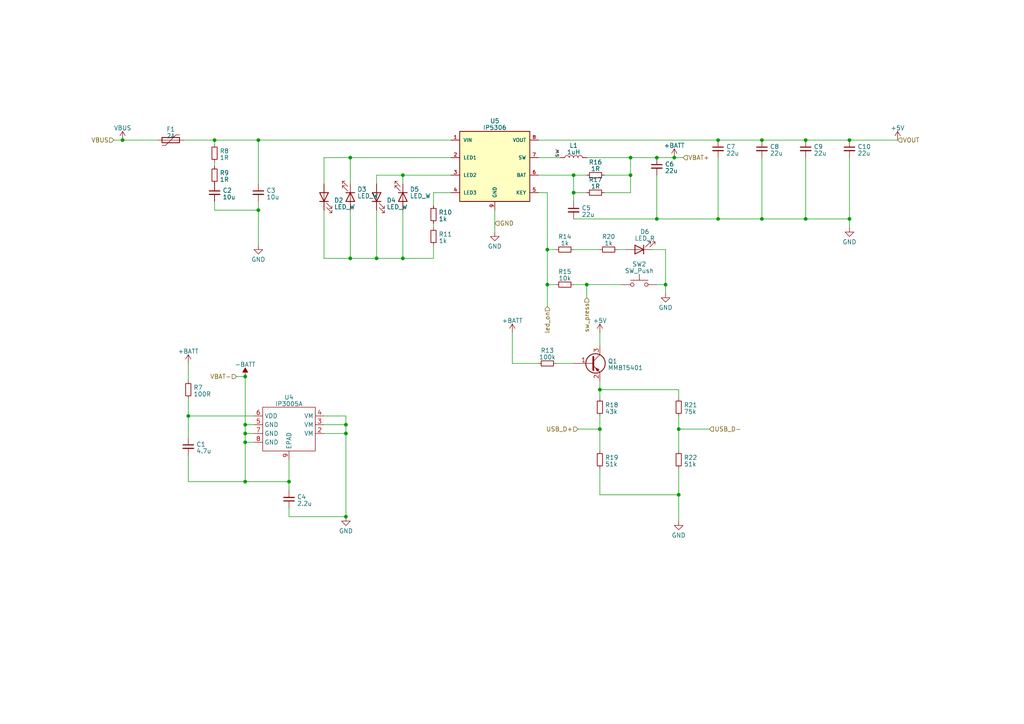
<source format=kicad_sch>
(kicad_sch (version 20230121) (generator eeschema)
  (paper "A4")
  (lib_symbols
    (symbol "Battery_Management:IP3005A"
      (property "Reference" "U" (at 0 8.89 0))
      (property "Value" "IP3005A" (at 7.62 8.89 0))
      (symbol "IP3005A_0_0"
        (pin no_connect line (at 10.16 -2.54 180) (length 2.54) hide (name "NC") (number "1"))
        (pin power_in line (at 10.16 0 180) (length 2.54) (name "VM") (number "2"))
        (pin power_in line (at 10.16 2.54 180) (length 2.54) (name "VM") (number "3"))
        (pin power_in line (at 10.16 5.08 180) (length 2.54) (name "VM") (number "4"))
        (pin power_in line (at -10.16 2.54 0) (length 2.54) (name "GND") (number "5"))
        (pin power_in line (at -10.16 5.08 0) (length 2.54) (name "VDD") (number "6"))
        (pin power_in line (at -10.16 0 0) (length 2.54) (name "GND") (number "7"))
        (pin power_in line (at -10.16 -2.54 0) (length 2.54) (name "GND") (number "8"))
        (pin power_in line (at 0 -7.62 90) (length 2.54) (name "EPAD") (number "9"))
      )
      (symbol "IP3005A_0_1"
        (rectangle (start -7.62 7.62) (end 7.62 -5.08))
      )
    )
    (symbol "Battery_Management:IP5306" (pin_names (offset 1.016))
      (property "Reference" "U2" (at 0 13.1699 0))
      (property "Value" "IP5306" (at 0 11.2489 0))
      (symbol "IP5306_0_0"
        (rectangle (start -10.16 -10.16) (end 10.16 10.16) (stroke (width 0.254)) (fill (type background)))
        (pin bidirectional line (at -12.7 7.62 0) (length 2.54) (name "VIN") (number "1"))
        (pin bidirectional line (at -12.7 2.54 0) (length 2.54) (name "LED1") (number "2"))
        (pin bidirectional line (at -12.7 -2.54 0) (length 2.54) (name "LED2") (number "3"))
        (pin bidirectional line (at -12.7 -7.62 0) (length 2.54) (name "LED3") (number "4"))
        (pin bidirectional line (at 12.7 -7.62 180) (length 2.54) (name "KEY") (number "5"))
        (pin bidirectional line (at 12.7 -2.54 180) (length 2.54) (name "BAT") (number "6"))
        (pin bidirectional line (at 12.7 2.54 180) (length 2.54) (name "SW") (number "7"))
        (pin bidirectional line (at 12.7 7.62 180) (length 2.54) (name "VOUT") (number "8"))
        (pin bidirectional line (at 0 -12.7 90) (length 2.54) (name "GND") (number "9"))
      )
    )
    (symbol "Device:C_Small" (pin_numbers hide) (pin_names (offset 0.254) hide)
      (property "Reference" "C" (at 0.254 1.778 0))
      (property "Value" "C_Small" (at 0.254 -2.032 0))
      (symbol "C_Small_0_1"
        (polyline (pts (xy -1.524 -0.508) (xy 1.524 -0.508)) (stroke (width 0.3302)))
        (polyline (pts (xy -1.524 0.508) (xy 1.524 0.508)) (stroke (width 0.3048)))
      )
      (symbol "C_Small_1_1"
        (pin passive line (at 0 2.54 270) (length 2.032) (name "~") (number "1"))
        (pin passive line (at 0 -2.54 90) (length 2.032) (name "~") (number "2"))
      )
    )
    (symbol "Device:L" (pin_numbers hide) (pin_names (offset 1.016) hide)
      (property "Reference" "L" (at -1.27 0 90))
      (property "Value" "L" (at 1.905 0 90))
      (symbol "L_0_1"
        (arc (start 0 -2.54) (mid 0.6323 -1.905) (end 0 -1.27))
        (arc (start 0 -1.27) (mid 0.6323 -0.635) (end 0 0))
        (arc (start 0 0) (mid 0.6323 0.635) (end 0 1.27))
        (arc (start 0 1.27) (mid 0.6323 1.905) (end 0 2.54))
      )
      (symbol "L_1_1"
        (pin passive line (at 0 3.81 270) (length 1.27) (name "1") (number "1"))
        (pin passive line (at 0 -3.81 90) (length 1.27) (name "2") (number "2"))
      )
    )
    (symbol "Device:LED" (pin_numbers hide) (pin_names (offset 1.016) hide)
      (property "Reference" "D" (at 0 2.54 0))
      (property "Value" "LED" (at 0 -2.54 0))
      (symbol "LED_0_1"
        (polyline (pts (xy -1.27 -1.27) (xy -1.27 1.27)) (stroke (width 0.254)))
        (polyline (pts (xy -1.27 0) (xy 1.27 0)))
        (polyline (pts (xy 1.27 -1.27) (xy 1.27 1.27) (xy -1.27 0) (xy 1.27 -1.27)) (stroke (width 0.254)))
        (polyline (pts (xy -3.048 -0.762) (xy -4.572 -2.286) (xy -3.81 -2.286) (xy -4.572 -2.286) (xy -4.572 -1.524)))
        (polyline (pts (xy -1.778 -0.762) (xy -3.302 -2.286) (xy -2.54 -2.286) (xy -3.302 -2.286) (xy -3.302 -1.524)))
      )
      (symbol "LED_1_1"
        (pin passive line (at -3.81 0 0) (length 2.54) (name "K") (number "1"))
        (pin passive line (at 3.81 0 180) (length 2.54) (name "A") (number "2"))
      )
    )
    (symbol "Device:Polyfuse" (pin_numbers hide) (pin_names (offset 0))
      (property "Reference" "F" (at -2.54 0 90))
      (property "Value" "Polyfuse" (at 2.54 0 90))
      (symbol "Polyfuse_0_1"
        (rectangle (start -0.762 2.54) (end 0.762 -2.54) (stroke (width 0.254)))
        (polyline (pts (xy 0 2.54) (xy 0 -2.54)))
        (polyline (pts (xy -1.524 2.54) (xy -1.524 1.524) (xy 1.524 -1.524) (xy 1.524 -2.54)))
      )
      (symbol "Polyfuse_1_1"
        (pin passive line (at 0 3.81 270) (length 1.27) (name "~") (number "1"))
        (pin passive line (at 0 -3.81 90) (length 1.27) (name "~") (number "2"))
      )
    )
    (symbol "Device:R_Small" (pin_numbers hide) (pin_names (offset 0.254) hide)
      (property "Reference" "R" (at 0.762 0.508 0))
      (property "Value" "R_Small" (at 0.762 -1.016 0))
      (symbol "R_Small_0_1"
        (rectangle (start -0.762 1.778) (end 0.762 -1.778) (stroke (width 0.2032)))
      )
      (symbol "R_Small_1_1"
        (pin passive line (at 0 2.54 270) (length 0.762) (name "~") (number "1"))
        (pin passive line (at 0 -2.54 90) (length 0.762) (name "~") (number "2"))
      )
    )
    (symbol "Switch:SW_Push" (pin_numbers hide) (pin_names (offset 1.016) hide)
      (property "Reference" "SW" (at 1.27 2.54 0))
      (property "Value" "SW_Push" (at 0 -1.524 0))
      (symbol "SW_Push_0_1"
        (circle (center -2.032 0) (radius 0.508))
        (polyline (pts (xy 0 1.27) (xy 0 3.048)))
        (polyline (pts (xy 2.54 1.27) (xy -2.54 1.27)))
        (circle (center 2.032 0) (radius 0.508))
        (pin passive line (at -5.08 0 0) (length 2.54) (name "1") (number "1"))
        (pin passive line (at 5.08 0 180) (length 2.54) (name "2") (number "2"))
      )
    )
    (symbol "Transistor_BJT:MMBT3906" (pin_names (offset 0) hide)
      (property "Reference" "Q" (at 5.08 1.905 0))
      (property "Value" "MMBT3906" (at 5.08 0 0))
      (symbol "MMBT3906_0_1"
        (polyline (pts (xy 0.635 0.635) (xy 2.54 2.54)))
        (polyline (pts (xy 0.635 -0.635) (xy 2.54 -2.54) (xy 2.54 -2.54)))
        (polyline (pts (xy 0.635 1.905) (xy 0.635 -1.905) (xy 0.635 -1.905)) (stroke (width 0.508)))
        (polyline (pts (xy 2.286 -1.778) (xy 1.778 -2.286) (xy 1.27 -1.27) (xy 2.286 -1.778) (xy 2.286 -1.778)) (fill (type outline)))
        (circle (center 1.27 0) (radius 2.8194) (stroke (width 0.254)))
      )
      (symbol "MMBT3906_1_1"
        (pin input line (at -5.08 0 0) (length 5.715) (name "B") (number "1"))
        (pin passive line (at 2.54 -5.08 90) (length 2.54) (name "E") (number "2"))
        (pin passive line (at 2.54 5.08 270) (length 2.54) (name "C") (number "3"))
      )
    )
    (symbol "power:+5V" (power) (pin_names (offset 0))
      (property "Value" "+5V" (at 0 3.556 0))
      (symbol "+5V_0_1"
        (polyline (pts (xy -0.762 1.27) (xy 0 2.54)))
        (polyline (pts (xy 0 0) (xy 0 2.54)))
        (polyline (pts (xy 0 2.54) (xy 0.762 1.27)))
      )
      (symbol "+5V_1_1"
        (pin power_in line (at 0 0 90) (length 0) hide (name "+5V") (number "1"))
      )
    )
    (symbol "power:+BATT" (power) (pin_names (offset 0))
      (property "Value" "+BATT" (at 0 3.556 0))
      (symbol "+BATT_0_1"
        (polyline (pts (xy -0.762 1.27) (xy 0 2.54)))
        (polyline (pts (xy 0 0) (xy 0 2.54)))
        (polyline (pts (xy 0 2.54) (xy 0.762 1.27)))
      )
      (symbol "+BATT_1_1"
        (pin power_in line (at 0 0 90) (length 0) hide (name "+BATT") (number "1"))
      )
    )
    (symbol "power:-BATT" (power) (pin_names (offset 0))
      (property "Value" "-BATT" (at 0 3.556 0))
      (symbol "-BATT_0_1"
        (polyline (pts (xy 0 0) (xy 0 2.54)))
        (polyline (pts (xy 0.762 1.27) (xy -0.762 1.27) (xy 0 2.54) (xy 0.762 1.27)) (fill (type outline)))
      )
      (symbol "-BATT_1_1"
        (pin power_in line (at 0 0 90) (length 0) hide (name "-BATT") (number "1"))
      )
    )
    (symbol "power:GND" (power) (pin_names (offset 0))
      (property "Value" "GND" (at 0 -3.81 0))
      (symbol "GND_0_1"
        (polyline (pts (xy 0 0) (xy 0 -1.27) (xy 1.27 -1.27) (xy 0 -2.54) (xy -1.27 -1.27) (xy 0 -1.27)))
      )
      (symbol "GND_1_1"
        (pin power_in line (at 0 0 270) (length 0) hide (name "GND") (number "1"))
      )
    )
    (symbol "power:VBUS" (power) (pin_names (offset 0))
      (property "Value" "VBUS" (at 0 3.81 0))
      (symbol "VBUS_0_1"
        (polyline (pts (xy -0.762 1.27) (xy 0 2.54)))
        (polyline (pts (xy 0 0) (xy 0 2.54)))
        (polyline (pts (xy 0 2.54) (xy 0.762 1.27)))
      )
      (symbol "VBUS_1_1"
        (pin power_in line (at 0 0 90) (length 0) hide (name "VBUS") (number "1"))
      )
    )
  )
  (junction (at 158.75 72.39))
  (junction (at 182.88 50.8))
  (junction (at 71.12 125.73))
  (junction (at 173.99 124.46))
  (junction (at 195.58 45.72))
  (junction (at 196.85 124.46))
  (junction (at 116.84 74.93))
  (junction (at 208.28 63.5))
  (junction (at 190.5 63.5))
  (junction (at 101.6 74.93))
  (junction (at 101.6 45.72))
  (junction (at 246.38 63.5))
  (junction (at 35.56 40.64))
  (junction (at 100.33 125.73))
  (junction (at 196.85 143.51))
  (junction (at 190.5 45.72))
  (junction (at 71.12 123.19))
  (junction (at 170.18 82.55))
  (junction (at 100.33 149.86))
  (junction (at 158.75 82.55))
  (junction (at 116.84 50.8))
  (junction (at 71.12 128.27))
  (junction (at 54.61 120.65))
  (junction (at 246.38 40.64))
  (junction (at 182.88 45.72))
  (junction (at 74.93 60.96))
  (junction (at 62.23 40.64))
  (junction (at 71.12 139.7))
  (junction (at 109.22 74.93))
  (junction (at 208.28 40.64))
  (junction (at 233.68 63.5))
  (junction (at 166.37 55.88))
  (junction (at 220.98 40.64))
  (junction (at 173.99 113.03))
  (junction (at 220.98 63.5))
  (junction (at 83.82 139.7))
  (junction (at 193.04 82.55))
  (junction (at 100.33 123.19))
  (junction (at 71.12 109.22))
  (junction (at 74.93 40.64))
  (junction (at 166.37 50.8))
  (junction (at 233.68 40.64))
  (wire (pts (xy 246.38 40.64) (xy 260.35 40.64)))
  (wire (pts (xy 193.04 82.55) (xy 190.5 82.55)))
  (wire (pts (xy 116.84 50.8) (xy 130.81 50.8)))
  (wire (pts (xy 173.99 113.03) (xy 173.99 115.57)))
  (wire (pts (xy 71.12 128.27) (xy 73.66 128.27)))
  (wire (pts (xy 196.85 124.46) (xy 196.85 120.65)))
  (wire (pts (xy 175.26 55.88) (xy 182.88 55.88)))
  (wire (pts (xy 220.98 40.64) (xy 233.68 40.64)))
  (wire (pts (xy 74.93 60.96) (xy 74.93 58.42)))
  (wire (pts (xy 109.22 53.34) (xy 109.22 50.8)))
  (wire (pts (xy 71.12 109.22) (xy 71.12 123.19)))
  (wire (pts (xy 54.61 139.7) (xy 71.12 139.7)))
  (wire (pts (xy 101.6 45.72) (xy 130.81 45.72)))
  (wire (pts (xy 54.61 105.41) (xy 54.61 110.49)))
  (wire (pts (xy 173.99 110.49) (xy 173.99 113.03)))
  (wire (pts (xy 208.28 63.5) (xy 220.98 63.5)))
  (wire (pts (xy 62.23 60.96) (xy 74.93 60.96)))
  (wire (pts (xy 193.04 72.39) (xy 193.04 82.55)))
  (wire (pts (xy 109.22 60.96) (xy 109.22 74.93)))
  (wire (pts (xy 100.33 123.19) (xy 100.33 120.65)))
  (wire (pts (xy 158.75 82.55) (xy 158.75 88.9)))
  (wire (pts (xy 109.22 74.93) (xy 116.84 74.93)))
  (wire (pts (xy 161.29 105.41) (xy 166.37 105.41)))
  (wire (pts (xy 173.99 135.89) (xy 173.99 143.51)))
  (wire (pts (xy 93.98 60.96) (xy 93.98 74.93)))
  (wire (pts (xy 109.22 50.8) (xy 116.84 50.8)))
  (wire (pts (xy 83.82 147.32) (xy 83.82 149.86)))
  (wire (pts (xy 173.99 120.65) (xy 173.99 124.46)))
  (wire (pts (xy 166.37 72.39) (xy 173.99 72.39)))
  (wire (pts (xy 71.12 125.73) (xy 73.66 125.73)))
  (wire (pts (xy 233.68 45.72) (xy 233.68 63.5)))
  (wire (pts (xy 189.23 72.39) (xy 193.04 72.39)))
  (wire (pts (xy 73.66 120.65) (xy 54.61 120.65)))
  (wire (pts (xy 68.58 109.22) (xy 71.12 109.22)))
  (wire (pts (xy 54.61 120.65) (xy 54.61 115.57)))
  (wire (pts (xy 148.59 105.41) (xy 156.21 105.41)))
  (wire (pts (xy 101.6 45.72) (xy 93.98 45.72)))
  (wire (pts (xy 166.37 50.8) (xy 166.37 55.88)))
  (wire (pts (xy 158.75 82.55) (xy 161.29 82.55)))
  (wire (pts (xy 71.12 128.27) (xy 71.12 139.7)))
  (wire (pts (xy 190.5 50.8) (xy 190.5 63.5)))
  (wire (pts (xy 74.93 60.96) (xy 74.93 71.12)))
  (wire (pts (xy 156.21 50.8) (xy 166.37 50.8)))
  (wire (pts (xy 170.18 45.72) (xy 182.88 45.72)))
  (wire (pts (xy 166.37 82.55) (xy 170.18 82.55)))
  (wire (pts (xy 83.82 149.86) (xy 100.33 149.86)))
  (wire (pts (xy 53.34 40.64) (xy 62.23 40.64)))
  (wire (pts (xy 62.23 46.99) (xy 62.23 48.26)))
  (wire (pts (xy 166.37 50.8) (xy 170.18 50.8)))
  (wire (pts (xy 190.5 63.5) (xy 208.28 63.5)))
  (wire (pts (xy 166.37 63.5) (xy 190.5 63.5)))
  (wire (pts (xy 148.59 96.52) (xy 148.59 105.41)))
  (wire (pts (xy 173.99 100.33) (xy 173.99 96.52)))
  (wire (pts (xy 71.12 125.73) (xy 71.12 128.27)))
  (wire (pts (xy 125.73 66.04) (xy 125.73 64.77)))
  (wire (pts (xy 156.21 40.64) (xy 208.28 40.64)))
  (wire (pts (xy 156.21 45.72) (xy 162.56 45.72)))
  (wire (pts (xy 220.98 63.5) (xy 233.68 63.5)))
  (wire (pts (xy 161.29 72.39) (xy 158.75 72.39)))
  (wire (pts (xy 208.28 40.64) (xy 220.98 40.64)))
  (wire (pts (xy 182.88 45.72) (xy 182.88 50.8)))
  (wire (pts (xy 71.12 123.19) (xy 73.66 123.19)))
  (wire (pts (xy 62.23 40.64) (xy 74.93 40.64)))
  (wire (pts (xy 116.84 60.96) (xy 116.84 74.93)))
  (wire (pts (xy 156.21 55.88) (xy 158.75 55.88)))
  (wire (pts (xy 196.85 124.46) (xy 205.74 124.46)))
  (wire (pts (xy 170.18 82.55) (xy 180.34 82.55)))
  (wire (pts (xy 233.68 63.5) (xy 246.38 63.5)))
  (wire (pts (xy 220.98 45.72) (xy 220.98 63.5)))
  (wire (pts (xy 196.85 143.51) (xy 196.85 135.89)))
  (wire (pts (xy 93.98 123.19) (xy 100.33 123.19)))
  (wire (pts (xy 166.37 55.88) (xy 166.37 58.42)))
  (wire (pts (xy 179.07 72.39) (xy 181.61 72.39)))
  (wire (pts (xy 158.75 72.39) (xy 158.75 82.55)))
  (wire (pts (xy 100.33 125.73) (xy 100.33 123.19)))
  (wire (pts (xy 54.61 132.08) (xy 54.61 139.7)))
  (wire (pts (xy 83.82 133.35) (xy 83.82 139.7)))
  (wire (pts (xy 170.18 55.88) (xy 166.37 55.88)))
  (wire (pts (xy 62.23 40.64) (xy 62.23 41.91)))
  (wire (pts (xy 83.82 142.24) (xy 83.82 139.7)))
  (wire (pts (xy 125.73 55.88) (xy 130.81 55.88)))
  (wire (pts (xy 35.56 40.64) (xy 45.72 40.64)))
  (wire (pts (xy 190.5 45.72) (xy 195.58 45.72)))
  (wire (pts (xy 173.99 143.51) (xy 196.85 143.51)))
  (wire (pts (xy 196.85 115.57) (xy 196.85 113.03)))
  (wire (pts (xy 116.84 53.34) (xy 116.84 50.8)))
  (wire (pts (xy 100.33 149.86) (xy 100.33 125.73)))
  (wire (pts (xy 233.68 40.64) (xy 246.38 40.64)))
  (wire (pts (xy 246.38 45.72) (xy 246.38 63.5)))
  (wire (pts (xy 143.51 67.31) (xy 143.51 60.96)))
  (wire (pts (xy 182.88 55.88) (xy 182.88 50.8)))
  (wire (pts (xy 182.88 50.8) (xy 175.26 50.8)))
  (wire (pts (xy 71.12 123.19) (xy 71.12 125.73)))
  (wire (pts (xy 195.58 45.72) (xy 198.12 45.72)))
  (wire (pts (xy 173.99 124.46) (xy 173.99 130.81)))
  (wire (pts (xy 196.85 113.03) (xy 173.99 113.03)))
  (wire (pts (xy 170.18 82.55) (xy 170.18 86.36)))
  (wire (pts (xy 101.6 74.93) (xy 109.22 74.93)))
  (wire (pts (xy 246.38 66.04) (xy 246.38 63.5)))
  (wire (pts (xy 167.64 124.46) (xy 173.99 124.46)))
  (wire (pts (xy 101.6 45.72) (xy 101.6 53.34)))
  (wire (pts (xy 196.85 143.51) (xy 196.85 151.13)))
  (wire (pts (xy 125.73 59.69) (xy 125.73 55.88)))
  (wire (pts (xy 62.23 58.42) (xy 62.23 60.96)))
  (wire (pts (xy 101.6 60.96) (xy 101.6 74.93)))
  (wire (pts (xy 158.75 55.88) (xy 158.75 72.39)))
  (wire (pts (xy 182.88 45.72) (xy 190.5 45.72)))
  (wire (pts (xy 54.61 127) (xy 54.61 120.65)))
  (wire (pts (xy 93.98 125.73) (xy 100.33 125.73)))
  (wire (pts (xy 100.33 120.65) (xy 93.98 120.65)))
  (wire (pts (xy 196.85 130.81) (xy 196.85 124.46)))
  (wire (pts (xy 93.98 45.72) (xy 93.98 53.34)))
  (wire (pts (xy 71.12 139.7) (xy 83.82 139.7)))
  (wire (pts (xy 74.93 40.64) (xy 74.93 53.34)))
  (wire (pts (xy 101.6 74.93) (xy 93.98 74.93)))
  (wire (pts (xy 125.73 74.93) (xy 125.73 71.12)))
  (wire (pts (xy 116.84 74.93) (xy 125.73 74.93)))
  (wire (pts (xy 130.81 40.64) (xy 74.93 40.64)))
  (wire (pts (xy 193.04 85.09) (xy 193.04 82.55)))
  (wire (pts (xy 208.28 45.72) (xy 208.28 63.5)))
  (wire (pts (xy 33.02 40.64) (xy 35.56 40.64)))
  (label "sw" (at 162.56 45.72 90))
  (hierarchical_label "GND" (shape input) (at 143.51 64.77 0))
  (hierarchical_label "VBAT+" (shape input) (at 198.12 45.72 0))
  (hierarchical_label "USB_D-" (shape input) (at 205.74 124.46 0))
  (hierarchical_label "sw_press" (shape input) (at 170.18 86.36 270))
  (hierarchical_label "VBAT-" (shape input) (at 68.58 109.22 180))
  (hierarchical_label "VBUS" (shape input) (at 33.02 40.64 180))
  (hierarchical_label "led_on" (shape input) (at 158.75 88.9 270))
  (hierarchical_label "VOUT" (shape input) (at 260.35 40.64 0))
  (hierarchical_label "USB_D+" (shape input) (at 167.64 124.46 180))
  (symbol (lib_id "power:VBUS") (at 35.56 40.64 0) (unit 1)
    (property "Reference" "#PWR025" (effects hide))
    (property "Value" "VBUS" (at 35.56 37.1381 0))
    (instances (project "dfh_badge" (path "" (reference "#PWR025") (unit 1))) (project "voron_badge" (path "" (reference "#PWR042") (unit 1))))
  )
  (symbol (lib_id "Device:C_Small") (at 220.98 43.18 0) (unit 1)
    (property "Reference" "C8" (at 223.3041 42.5426 0) (effects (justify left)))
    (property "Value" "22u" (at 223.3041 44.4636 0) (effects (justify left)))
    (property "Footprint" "Capacitor_SMD:C_0805_2012Metric" (effects hide))
    (property "LCSC" "C45783" (effects hide))
    (property "Part" "CL21A226MAQNNNE" (effects hide))
    (instances (project "dfh_badge" (path "" (reference "C8") (unit 1))) (project "voron_badge" (path "" (reference "C20") (unit 1))))
  )
  (symbol (lib_id "Transistor_BJT:MMBT3906") (at 171.45 105.41 0) (unit 1)
    (property "Reference" "Q1" (at 176.3014 104.7663 0) (effects (justify left)))
    (property "Value" "MMBT5401" (at 176.3014 106.6873 0) (effects (justify left)))
    (property "Footprint" "Package_TO_SOT_SMD:SOT-23" (effects hide))
    (property "Datasheet" "https://www.onsemi.com/pub/Collateral/2N3906-D.PDF" (effects hide))
    (property "LCSC" "C8326" (effects hide))
    (property "Part" "MMBT5401" (effects hide))
  )
  (symbol (lib_id "Device:R_Small") (at 62.23 50.8 180) (unit 1)
    (property "Reference" "R9" (at 63.7286 50.1563 0) (effects (justify right)))
    (property "Value" "1R" (at 63.7286 52.0773 0) (effects (justify right)))
    (property "Footprint" "Resistor_SMD:R_0603_1608Metric" (effects hide))
    (property "LCSC" "C22936" (effects hide))
    (property "Part" "0805W8F100KT5E" (effects hide))
    (instances (project "dfh_badge" (path "" (reference "R9") (unit 1))) (project "voron_badge" (path "" (reference "R12") (unit 1))))
  )
  (symbol (lib_id "Device:R_Small") (at 54.61 113.03 180) (unit 1)
    (property "Reference" "R7" (at 56.1086 112.3863 0) (effects (justify right)))
    (property "Value" "100R" (at 56.1086 114.3073 0) (effects (justify right)))
    (property "Footprint" "Resistor_SMD:R_0603_1608Metric" (effects hide))
    (property "LCSC" "C22775" (effects hide))
    (property "Part" "0805W8F1000T5E" (effects hide))
    (instances (project "dfh_badge" (path "" (reference "R7") (unit 1))) (project "voron_badge" (path "" (reference "R10") (unit 1))))
  )
  (symbol (lib_id "Device:LED") (at 109.22 57.15 90) (unit 1)
    (property "Reference" "D4" (at 112.141 58.0938 90) (effects (justify right)))
    (property "Value" "LED_W" (at 112.141 60.0148 90) (effects (justify right)))
    (property "Footprint" "LED_SMD:LED_0603_1608Metric" (effects hide))
    (property "LCSC" "C72043" (effects hide))
    (property "Part" "C34499" (effects hide))
    (instances (project "dfh_badge" (path "" (reference "D4") (unit 1))) (project "voron_badge" (path "" (reference "D16") (unit 1))))
  )
  (symbol (lib_id "power:+BATT") (at 148.59 96.52 0) (unit 1)
    (property "Reference" "#PWR031" (effects hide))
    (property "Value" "+BATT" (at 148.59 93.0181 0))
    (instances (project "dfh_badge" (path "" (reference "#PWR031") (unit 1))) (project "voron_badge" (path "" (reference "#PWR048") (unit 1))))
  )
  (symbol (lib_id "Device:R_Small") (at 125.73 68.58 180) (unit 1)
    (property "Reference" "R11" (at 127.2286 67.9363 0) (effects (justify right)))
    (property "Value" "1k" (at 127.2286 69.8573 0) (effects (justify right)))
    (property "Footprint" "Resistor_SMD:R_0603_1608Metric" (effects hide))
    (property "LCSC" "C21190" (effects hide))
    (property "Part" "0805W8F2001T5E" (effects hide))
    (instances (project "dfh_badge" (path "" (reference "R11") (unit 1))) (project "voron_badge" (path "" (reference "R14") (unit 1))))
  )
  (symbol (lib_id "Device:C_Small") (at 62.23 55.88 0) (unit 1)
    (property "Reference" "C2" (at 64.5541 55.2426 0) (effects (justify left)))
    (property "Value" "10u" (at 64.5541 57.1636 0) (effects (justify left)))
    (property "Footprint" "Capacitor_SMD:C_0805_2012Metric" (effects hide))
    (property "LCSC" "C440198" (effects hide))
    (property "Part" "GRM21BR61H106KE43L" (effects hide))
    (instances (project "dfh_badge" (path "" (reference "C2") (unit 1))) (project "voron_badge" (path "" (reference "C14") (unit 1))))
  )
  (symbol (lib_id "Device:R_Small") (at 163.83 72.39 90) (unit 1)
    (property "Reference" "R14" (at 163.83 68.6435 90))
    (property "Value" "1k" (at 163.83 70.5645 90))
    (property "Footprint" "Resistor_SMD:R_0603_1608Metric" (effects hide))
    (property "LCSC" "C21190" (effects hide))
    (property "Part" "0805W8F2001T5E" (effects hide))
    (instances (project "dfh_badge" (path "" (reference "R14") (unit 1))) (project "voron_badge" (path "" (reference "R16") (unit 1))))
  )
  (symbol (lib_id "power:-BATT") (at 71.12 109.22 0) (unit 1)
    (property "Reference" "#PWR027" (effects hide))
    (property "Value" "-BATT" (at 71.12 105.7181 0))
    (instances (project "dfh_badge" (path "" (reference "#PWR027") (unit 1))) (project "voron_badge" (path "" (reference "#PWR044") (unit 1))))
  )
  (symbol (lib_id "Device:R_Small") (at 173.99 118.11 0) (unit 1)
    (property "Reference" "R18" (at 175.4886 117.4663 0) (effects (justify left)))
    (property "Value" "43k" (at 175.4886 119.3873 0) (effects (justify left)))
    (property "Footprint" "Resistor_SMD:R_0603_1608Metric" (effects hide))
    (property "LCSC" "C23172" (effects hide))
    (property "Part" "0805W8F4302T5E" (effects hide))
    (instances (project "dfh_badge" (path "" (reference "R18") (unit 1))) (project "voron_badge" (path "" (reference "R20") (unit 1))))
  )
  (symbol (lib_id "Device:R_Small") (at 172.72 55.88 90) (unit 1)
    (property "Reference" "R17" (at 172.72 52.1335 90))
    (property "Value" "1R" (at 172.72 54.0545 90))
    (property "Footprint" "Resistor_SMD:R_0603_1608Metric" (effects hide))
    (property "LCSC" "C22936" (effects hide))
    (property "Part" "0805W8F100KT5E" (effects hide))
    (instances (project "dfh_badge" (path "" (reference "R17") (unit 1))) (project "voron_badge" (path "" (reference "R19") (unit 1))))
  )
  (symbol (lib_id "Device:R_Small") (at 163.83 82.55 90) (unit 1)
    (property "Reference" "R15" (at 163.83 78.8035 90))
    (property "Value" "10k" (at 163.83 80.7245 90))
    (property "Footprint" "Resistor_SMD:R_0603_1608Metric" (effects hide))
    (property "LCSC" "C25804" (effects hide))
    (property "Part" "0805W8F1002T5E" (effects hide))
    (instances (project "dfh_badge" (path "" (reference "R15") (unit 1))) (project "voron_badge" (path "" (reference "R17") (unit 1))))
  )
  (symbol (lib_id "Device:R_Small") (at 62.23 44.45 180) (unit 1)
    (property "Reference" "R8" (at 63.7286 43.8063 0) (effects (justify right)))
    (property "Value" "1R" (at 63.7286 45.7273 0) (effects (justify right)))
    (property "Footprint" "Resistor_SMD:R_0603_1608Metric" (effects hide))
    (property "LCSC" "C22936" (effects hide))
    (property "Part" "0805W8F100KT5E" (effects hide))
    (instances (project "dfh_badge" (path "" (reference "R8") (unit 1))) (project "voron_badge" (path "" (reference "R11") (unit 1))))
  )
  (symbol (lib_id "power:+BATT") (at 54.61 105.41 0) (unit 1)
    (property "Reference" "#PWR026" (effects hide))
    (property "Value" "+BATT" (at 54.61 101.9081 0))
    (instances (project "dfh_badge" (path "" (reference "#PWR026") (unit 1))) (project "voron_badge" (path "" (reference "#PWR043") (unit 1))))
  )
  (symbol (lib_id "Battery_Management:IP5306") (at 143.51 48.26 0) (unit 1)
    (property "Reference" "U5" (at 143.51 35.0901 0))
    (property "Value" "IP5306" (at 143.51 37.0111 0))
    (property "Footprint" "Package_SO:Diodes_PSOP-8" (effects hide))
    (property "LCSC" "C181692" (effects hide))
    (property "Part" "IP5306" (effects hide))
    (instances (project "dfh_badge" (path "" (reference "U5") (unit 1))) (project "voron_badge" (path "" (reference "U4") (unit 1))))
  )
  (symbol (lib_id "Device:Polyfuse") (at 49.53 40.64 90) (unit 1)
    (property "Reference" "F1" (at 49.53 37.5031 90))
    (property "Value" "2A" (at 49.53 39.4241 90))
    (property "Footprint" "Resistor_SMD:R_0805_2012Metric" (effects hide))
    (property "LCSC" "C2757931" (effects hide))
    (property "Part" "BSMD0805L-200" (effects hide))
  )
  (symbol (lib_id "Device:C_Small") (at 166.37 60.96 0) (unit 1)
    (property "Reference" "C5" (at 168.6941 60.3226 0) (effects (justify left)))
    (property "Value" "22u" (at 168.6941 62.2436 0) (effects (justify left)))
    (property "Footprint" "Capacitor_SMD:C_0805_2012Metric" (effects hide))
    (property "LCSC" "C45783" (effects hide))
    (property "Part" "CL21A226MAQNNNE" (effects hide))
    (instances (project "dfh_badge" (path "" (reference "C5") (unit 1))) (project "voron_badge" (path "" (reference "C17") (unit 1))))
  )
  (symbol (lib_id "Device:R_Small") (at 196.85 133.35 0) (unit 1)
    (property "Reference" "R22" (at 198.3486 132.7063 0) (effects (justify left)))
    (property "Value" "51k" (at 198.3486 134.6273 0) (effects (justify left)))
    (property "Footprint" "Resistor_SMD:R_0603_1608Metric" (effects hide))
    (property "LCSC" "C23196" (effects hide))
    (property "Part" "0805W8F5102T5E" (effects hide))
    (instances (project "dfh_badge" (path "" (reference "R22") (unit 1))) (project "voron_badge" (path "" (reference "R24") (unit 1))))
  )
  (symbol (lib_id "Device:R_Small") (at 125.73 62.23 180) (unit 1)
    (property "Reference" "R10" (at 127.2286 61.5863 0) (effects (justify right)))
    (property "Value" "1k" (at 127.2286 63.5073 0) (effects (justify right)))
    (property "Footprint" "Resistor_SMD:R_0603_1608Metric" (effects hide))
    (property "LCSC" "C21190" (effects hide))
    (property "Part" "0805W8F2001T5E" (effects hide))
    (instances (project "dfh_badge" (path "" (reference "R10") (unit 1))) (project "voron_badge" (path "" (reference "R13") (unit 1))))
  )
  (symbol (lib_id "Device:R_Small") (at 172.72 50.8 90) (unit 1)
    (property "Reference" "R16" (at 172.72 47.0535 90))
    (property "Value" "1R" (at 172.72 48.9745 90))
    (property "Footprint" "Resistor_SMD:R_0603_1608Metric" (effects hide))
    (property "LCSC" "C22936" (effects hide))
    (property "Part" "0805W8F100KT5E" (effects hide))
    (instances (project "dfh_badge" (path "" (reference "R16") (unit 1))) (project "voron_badge" (path "" (reference "R18") (unit 1))))
  )
  (symbol (lib_id "Switch:SW_Push") (at 185.42 82.55 0) (unit 1)
    (property "Reference" "SW2" (at 185.42 76.6191 0))
    (property "Value" "SW_Push" (at 185.42 78.5401 0))
    (property "Footprint" "Button_Switch_SMD:ShouHan_TS24CA" (effects hide))
    (property "LCSC" "C393942" (effects hide))
    (property "Part" "TS24CA" (effects hide))
  )
  (symbol (lib_id "Device:L") (at 166.37 45.72 90) (unit 1)
    (property "Reference" "L1" (at 166.37 42.2047 90))
    (property "Value" "1uH" (at 166.37 44.1257 90))
    (property "Footprint" "Inductor_SMD:L_Sunlord_SWPA4020S" (effects hide))
    (property "LCSC" "C91254" (effects hide))
    (property "Part" "SWPA4020S1R0NT" (effects hide))
  )
  (symbol (lib_id "power:+5V") (at 173.99 96.52 0) (unit 1)
    (property "Reference" "#PWR032" (effects hide))
    (property "Value" "+5V" (at 173.99 93.0181 0))
    (instances (project "dfh_badge" (path "" (reference "#PWR032") (unit 1))) (project "voron_badge" (path "" (reference "#PWR049") (unit 1))))
  )
  (symbol (lib_id "Device:C_Small") (at 54.61 129.54 0) (unit 1)
    (property "Reference" "C1" (at 56.9341 128.9026 0) (effects (justify left)))
    (property "Value" "4.7u" (at 56.9341 130.8236 0) (effects (justify left)))
    (property "Footprint" "Capacitor_SMD:C_0805_2012Metric" (effects hide))
    (property "LCSC" "C1779" (effects hide))
    (property "Part" "CL21A475KAQNNNE" (effects hide))
    (instances (project "dfh_badge" (path "" (reference "C1") (unit 1))) (project "voron_badge" (path "" (reference "C13") (unit 1))))
  )
  (symbol (lib_id "power:GND") (at 143.51 67.31 0) (unit 1)
    (property "Reference" "#PWR030" (effects hide))
    (property "Value" "GND" (at 143.51 71.4455 0))
    (instances (project "dfh_badge" (path "" (reference "#PWR030") (unit 1))) (project "voron_badge" (path "" (reference "#PWR047") (unit 1))))
  )
  (symbol (lib_id "Device:R_Small") (at 158.75 105.41 90) (unit 1)
    (property "Reference" "R13" (at 158.75 101.6635 90))
    (property "Value" "100k" (at 158.75 103.5845 90))
    (property "Footprint" "Resistor_SMD:R_0603_1608Metric" (effects hide))
    (property "LCSC" "C25803" (effects hide))
    (property "Part" "0805W8F1003T5E" (effects hide))
    (instances (project "dfh_badge" (path "" (reference "R13") (unit 1))) (project "voron_badge" (path "" (reference "R15") (unit 1))))
  )
  (symbol (lib_id "power:GND") (at 246.38 66.04 0) (unit 1)
    (property "Reference" "#PWR036" (effects hide))
    (property "Value" "GND" (at 246.38 70.1755 0))
    (instances (project "dfh_badge" (path "" (reference "#PWR036") (unit 1))) (project "voron_badge" (path "" (reference "#PWR053") (unit 1))))
  )
  (symbol (lib_id "Battery_Management:IP3005A") (at 83.82 125.73 0) (unit 1)
    (property "Reference" "U4" (at 83.82 115.2271 0))
    (property "Value" "IP3005A" (at 83.82 117.1481 0))
    (property "Footprint" "Package_SO:Diodes_PSOP-8" (effects hide))
    (property "Datasheet" "https://datasheet.lcsc.com/lcsc/1810191214_INJOINIC-IP3005A_C181685.pdf" (effects hide))
    (property "LCSC" "C181685" (effects hide))
    (property "Part" "IP3005A" (effects hide))
    (instances (project "dfh_badge" (path "" (reference "U4") (unit 1))) (project "voron_badge" (path "" (reference "U3") (unit 1))))
  )
  (symbol (lib_id "Device:LED") (at 116.84 57.15 270) (unit 1)
    (property "Reference" "D5" (at 118.872 54.9188 90) (effects (justify left)))
    (property "Value" "LED_W" (at 118.872 56.8398 90) (effects (justify left)))
    (property "Footprint" "LED_SMD:LED_0603_1608Metric" (effects hide))
    (property "LCSC" "C72043" (effects hide))
    (property "Part" "C34499" (effects hide))
    (instances (project "dfh_badge" (path "" (reference "D5") (unit 1))) (project "voron_badge" (path "" (reference "D17") (unit 1))))
  )
  (symbol (lib_id "Device:C_Small") (at 74.93 55.88 0) (unit 1)
    (property "Reference" "C3" (at 77.2541 55.2426 0) (effects (justify left)))
    (property "Value" "10u" (at 77.2541 57.1636 0) (effects (justify left)))
    (property "Footprint" "Capacitor_SMD:C_0805_2012Metric" (effects hide))
    (property "LCSC" "C440198" (effects hide))
    (property "Part" "GRM21BR61H106KE43L" (effects hide))
    (instances (project "dfh_badge" (path "" (reference "C3") (unit 1))) (project "voron_badge" (path "" (reference "C15") (unit 1))))
  )
  (symbol (lib_id "Device:C_Small") (at 83.82 144.78 180) (unit 1)
    (property "Reference" "C4" (at 86.1441 144.1299 0) (effects (justify right)))
    (property "Value" "2.2u" (at 86.1441 146.0509 0) (effects (justify right)))
    (property "Footprint" "Capacitor_SMD:C_0805_2012Metric" (effects hide))
    (property "LCSC" "C49217" (effects hide))
    (property "Part" "0805F225M500NT" (effects hide))
    (instances (project "dfh_badge" (path "" (reference "C4") (unit 1))) (project "voron_badge" (path "" (reference "C16") (unit 1))))
  )
  (symbol (lib_id "Device:LED") (at 93.98 57.15 90) (unit 1)
    (property "Reference" "D2" (at 96.901 58.0938 90) (effects (justify right)))
    (property "Value" "LED_W" (at 96.901 60.0148 90) (effects (justify right)))
    (property "Footprint" "LED_SMD:LED_0603_1608Metric" (effects hide))
    (property "LCSC" "C72043" (effects hide))
    (property "Part" "C34499" (effects hide))
    (instances (project "dfh_badge" (path "" (reference "D2") (unit 1))) (project "voron_badge" (path "" (reference "D14") (unit 1))))
  )
  (symbol (lib_id "power:GND") (at 193.04 85.09 0) (unit 1)
    (property "Reference" "#PWR033" (effects hide))
    (property "Value" "GND" (at 193.04 89.2255 0))
    (instances (project "dfh_badge" (path "" (reference "#PWR033") (unit 1))) (project "voron_badge" (path "" (reference "#PWR050") (unit 1))))
  )
  (symbol (lib_id "Device:C_Small") (at 246.38 43.18 0) (unit 1)
    (property "Reference" "C10" (at 248.7041 42.5426 0) (effects (justify left)))
    (property "Value" "22u" (at 248.7041 44.4636 0) (effects (justify left)))
    (property "Footprint" "Capacitor_SMD:C_0805_2012Metric" (effects hide))
    (property "LCSC" "C45783" (effects hide))
    (property "Part" "CL21A226MAQNNNE" (effects hide))
    (instances (project "dfh_badge" (path "" (reference "C10") (unit 1))) (project "voron_badge" (path "" (reference "C22") (unit 1))))
  )
  (symbol (lib_id "Device:C_Small") (at 190.5 48.26 0) (unit 1)
    (property "Reference" "C6" (at 192.8241 47.6226 0) (effects (justify left)))
    (property "Value" "22u" (at 192.8241 49.5436 0) (effects (justify left)))
    (property "Footprint" "Capacitor_SMD:C_0805_2012Metric" (effects hide))
    (property "LCSC" "C45783" (effects hide))
    (property "Part" "CL21A226MAQNNNE" (effects hide))
    (instances (project "dfh_badge" (path "" (reference "C6") (unit 1))) (project "voron_badge" (path "" (reference "C18") (unit 1))))
  )
  (symbol (lib_id "Device:LED") (at 185.42 72.39 180) (unit 1)
    (property "Reference" "D6" (at 187.0075 67.2211 0))
    (property "Value" "LED_R" (at 187.0075 69.1421 0))
    (property "Footprint" "LED_SMD:LED_0603_1608Metric" (effects hide))
    (property "LCSC" "C72043" (effects hide))
    (property "Part" "C34499" (effects hide))
    (instances (project "dfh_badge" (path "" (reference "D6") (unit 1))) (project "voron_badge" (path "" (reference "D18") (unit 1))))
  )
  (symbol (lib_id "Device:R_Small") (at 176.53 72.39 90) (unit 1)
    (property "Reference" "R20" (at 176.53 68.6435 90))
    (property "Value" "1k" (at 176.53 70.5645 90))
    (property "Footprint" "Resistor_SMD:R_0603_1608Metric" (effects hide))
    (property "LCSC" "C21190" (effects hide))
    (property "Part" "0805W8F2001T5E" (effects hide))
    (instances (project "dfh_badge" (path "" (reference "R20") (unit 1))) (project "voron_badge" (path "" (reference "R22") (unit 1))))
  )
  (symbol (lib_id "power:+5V") (at 260.35 40.64 0) (unit 1)
    (property "Reference" "#PWR037" (effects hide))
    (property "Value" "+5V" (at 260.35 37.1381 0))
    (instances (project "dfh_badge" (path "" (reference "#PWR037") (unit 1))) (project "voron_badge" (path "" (reference "#PWR054") (unit 1))))
  )
  (symbol (lib_id "power:GND") (at 74.93 71.12 0) (unit 1)
    (property "Reference" "#PWR028" (effects hide))
    (property "Value" "GND" (at 74.93 75.2555 0))
    (instances (project "dfh_badge" (path "" (reference "#PWR028") (unit 1))) (project "voron_badge" (path "" (reference "#PWR045") (unit 1))))
  )
  (symbol (lib_id "Device:R_Small") (at 173.99 133.35 0) (unit 1)
    (property "Reference" "R19" (at 175.4886 132.7063 0) (effects (justify left)))
    (property "Value" "51k" (at 175.4886 134.6273 0) (effects (justify left)))
    (property "Footprint" "Resistor_SMD:R_0603_1608Metric" (effects hide))
    (property "LCSC" "C23196" (effects hide))
    (property "Part" "0805W8F5102T5E" (effects hide))
    (instances (project "dfh_badge" (path "" (reference "R19") (unit 1))) (project "voron_badge" (path "" (reference "R21") (unit 1))))
  )
  (symbol (lib_id "Device:LED") (at 101.6 57.15 270) (unit 1)
    (property "Reference" "D3" (at 103.632 54.9188 90) (effects (justify left)))
    (property "Value" "LED_W" (at 103.632 56.8398 90) (effects (justify left)))
    (property "Footprint" "LED_SMD:LED_0603_1608Metric" (effects hide))
    (property "LCSC" "C72043" (effects hide))
    (property "Part" "C34499" (effects hide))
    (instances (project "dfh_badge" (path "" (reference "D3") (unit 1))) (project "voron_badge" (path "" (reference "D15") (unit 1))))
  )
  (symbol (lib_id "power:GND") (at 196.85 151.13 0) (unit 1)
    (property "Reference" "#PWR035" (effects hide))
    (property "Value" "GND" (at 196.85 155.2655 0))
    (instances (project "dfh_badge" (path "" (reference "#PWR035") (unit 1))) (project "voron_badge" (path "" (reference "#PWR052") (unit 1))))
  )
  (symbol (lib_id "Device:R_Small") (at 196.85 118.11 0) (unit 1)
    (property "Reference" "R21" (at 198.3486 117.4663 0) (effects (justify left)))
    (property "Value" "75k" (at 198.3486 119.3873 0) (effects (justify left)))
    (property "Footprint" "Resistor_SMD:R_0603_1608Metric" (effects hide))
    (property "LCSC" "C23242" (effects hide))
    (property "Part" "0805W8F7502T5E" (effects hide))
    (instances (project "dfh_badge" (path "" (reference "R21") (unit 1))) (project "voron_badge" (path "" (reference "R23") (unit 1))))
  )
  (symbol (lib_id "Device:C_Small") (at 233.68 43.18 0) (unit 1)
    (property "Reference" "C9" (at 236.0041 42.5426 0) (effects (justify left)))
    (property "Value" "22u" (at 236.0041 44.4636 0) (effects (justify left)))
    (property "Footprint" "Capacitor_SMD:C_0805_2012Metric" (effects hide))
    (property "LCSC" "C45783" (effects hide))
    (property "Part" "CL21A226MAQNNNE" (effects hide))
    (instances (project "dfh_badge" (path "" (reference "C9") (unit 1))) (project "voron_badge" (path "" (reference "C21") (unit 1))))
  )
  (symbol (lib_id "power:+BATT") (at 195.58 45.72 0) (unit 1)
    (property "Reference" "#PWR034" (effects hide))
    (property "Value" "+BATT" (at 195.58 42.2181 0))
    (instances (project "dfh_badge" (path "" (reference "#PWR034") (unit 1))) (project "voron_badge" (path "" (reference "#PWR051") (unit 1))))
  )
  (symbol (lib_id "power:GND") (at 100.33 149.86 0) (unit 1)
    (property "Reference" "#PWR029" (effects hide))
    (property "Value" "GND" (at 100.33 153.9955 0))
    (instances (project "dfh_badge" (path "" (reference "#PWR029") (unit 1))) (project "voron_badge" (path "" (reference "#PWR046") (unit 1))))
  )
  (symbol (lib_id "Device:C_Small") (at 208.28 43.18 0) (unit 1)
    (property "Reference" "C7" (at 210.6041 42.5426 0) (effects (justify left)))
    (property "Value" "22u" (at 210.6041 44.4636 0) (effects (justify left)))
    (property "Footprint" "Capacitor_SMD:C_0805_2012Metric" (effects hide))
    (property "LCSC" "C45783" (effects hide))
    (property "Part" "CL21A226MAQNNNE" (effects hide))
    (instances (project "dfh_badge" (path "" (reference "C7") (unit 1))) (project "voron_badge" (path "" (reference "C19") (unit 1))))
  )
)
</source>
